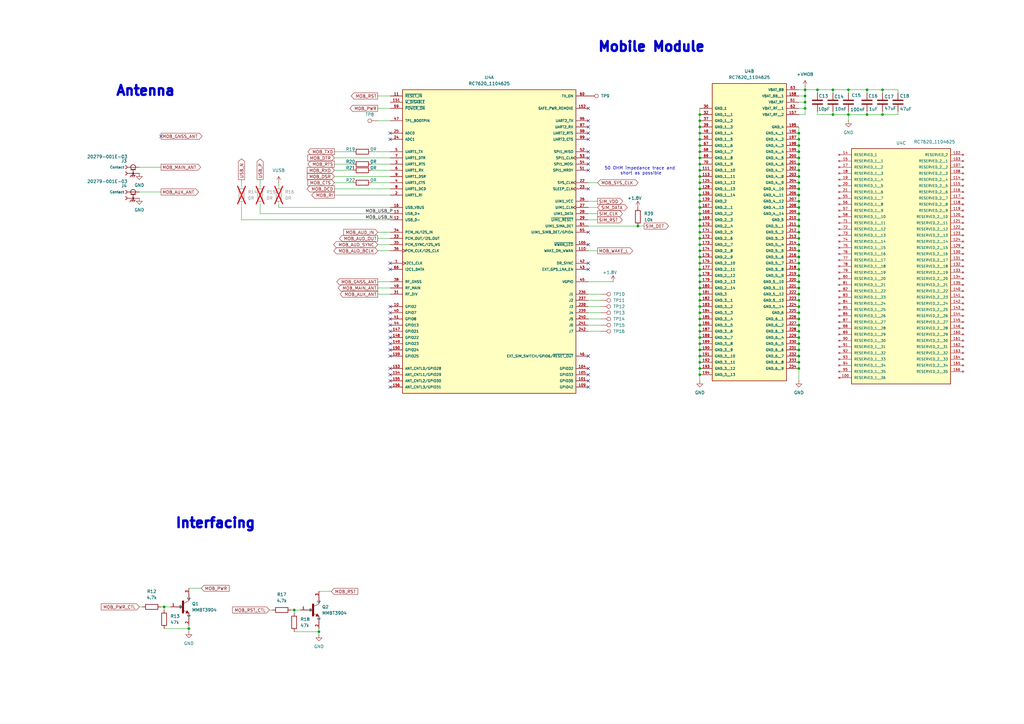
<source format=kicad_sch>
(kicad_sch (version 20231120) (generator "eeschema") (generator_version "8.0")
  (paper "A3")
  (title_block (title "Power System") (company "The University of Queensland"))
  (junction (at 287.02 72.39))
  (junction (at 287.02 57.15))
  (junction (at 327.66 80.01))
  (junction (at 327.66 100.33))
  (junction (at 327.66 120.65))
  (junction (at 330.2 36.83))
  (junction (at 327.66 105.41))
  (junction (at 327.66 123.19))
  (junction (at 287.02 52.07))
  (junction (at 327.66 130.81))
  (junction (at 287.02 143.51))
  (junction (at 327.66 59.69))
  (junction (at 341.63 46.99))
  (junction (at 287.02 138.43))
  (junction (at 327.66 97.79))
  (junction (at 327.66 133.35))
  (junction (at 327.66 92.71))
  (junction (at 287.02 120.65))
  (junction (at 327.66 95.25))
  (junction (at 287.02 85.09))
  (junction (at 327.66 57.15))
  (junction (at 130.81 259.08))
  (junction (at 287.02 92.71))
  (junction (at 287.02 113.03))
  (junction (at 327.66 82.55))
  (junction (at 287.02 130.81))
  (junction (at 261.62 92.71))
  (junction (at 327.66 110.49))
  (junction (at 327.66 64.77))
  (junction (at 327.66 148.59))
  (junction (at 330.2 44.45))
  (junction (at 327.66 138.43))
  (junction (at 287.02 80.01))
  (junction (at 287.02 115.57))
  (junction (at 287.02 59.69))
  (junction (at 330.2 39.37))
  (junction (at 347.98 36.83))
  (junction (at 327.66 151.13))
  (junction (at 347.98 46.99))
  (junction (at 287.02 107.95))
  (junction (at 327.66 54.61))
  (junction (at 287.02 102.87))
  (junction (at 120.65 250.19))
  (junction (at 287.02 74.93))
  (junction (at 327.66 77.47))
  (junction (at 327.66 72.39))
  (junction (at 287.02 140.97))
  (junction (at 287.02 153.67))
  (junction (at 287.02 105.41))
  (junction (at 327.66 107.95))
  (junction (at 287.02 82.55))
  (junction (at 287.02 90.17))
  (junction (at 287.02 97.79))
  (junction (at 287.02 128.27))
  (junction (at 361.95 36.83))
  (junction (at 287.02 77.47))
  (junction (at 327.66 102.87))
  (junction (at 287.02 95.25))
  (junction (at 287.02 100.33))
  (junction (at 287.02 69.85))
  (junction (at 327.66 62.23))
  (junction (at 287.02 54.61))
  (junction (at 77.47 257.81))
  (junction (at 335.28 36.83))
  (junction (at 327.66 128.27))
  (junction (at 327.66 118.11))
  (junction (at 327.66 146.05))
  (junction (at 327.66 143.51))
  (junction (at 287.02 146.05))
  (junction (at 341.63 36.83))
  (junction (at 327.66 140.97))
  (junction (at 361.95 46.99))
  (junction (at 355.6 36.83))
  (junction (at 287.02 118.11))
  (junction (at 327.66 87.63))
  (junction (at 287.02 135.89))
  (junction (at 287.02 64.77))
  (junction (at 287.02 148.59))
  (junction (at 327.66 74.93))
  (junction (at 327.66 125.73))
  (junction (at 287.02 46.99))
  (junction (at 327.66 85.09))
  (junction (at 355.6 46.99))
  (junction (at 327.66 135.89))
  (junction (at 287.02 133.35))
  (junction (at 327.66 90.17))
  (junction (at 287.02 123.19))
  (junction (at 287.02 67.31))
  (junction (at 327.66 67.31))
  (junction (at 330.2 41.91))
  (junction (at 327.66 115.57))
  (junction (at 327.66 113.03))
  (junction (at 287.02 62.23))
  (junction (at 287.02 110.49))
  (junction (at 327.66 69.85))
  (junction (at 287.02 49.53))
  (junction (at 287.02 125.73))
  (junction (at 67.31 248.92))
  (junction (at 287.02 87.63))
  (junction (at 287.02 151.13))
  (no_connect (at 160.02 125.73))
  (no_connect (at 160.02 135.89))
  (no_connect (at 160.02 158.75))
  (no_connect (at 241.3 95.25))
  (no_connect (at 66.04 55.88))
  (no_connect (at 160.02 107.95))
  (no_connect (at 241.3 44.45))
  (no_connect (at 241.3 158.75))
  (no_connect (at 241.3 153.67))
  (no_connect (at 160.02 153.67))
  (no_connect (at 241.3 54.61))
  (no_connect (at 160.02 138.43))
  (no_connect (at 241.3 67.31))
  (no_connect (at 160.02 110.49))
  (no_connect (at 160.02 140.97))
  (no_connect (at 160.02 143.51))
  (no_connect (at 160.02 54.61))
  (no_connect (at 241.3 110.49))
  (no_connect (at 241.3 100.33))
  (no_connect (at 241.3 146.05))
  (no_connect (at 160.02 133.35))
  (no_connect (at 160.02 146.05))
  (no_connect (at 241.3 69.85))
  (no_connect (at 241.3 77.47))
  (no_connect (at 160.02 156.21))
  (no_connect (at 160.02 151.13))
  (no_connect (at 241.3 62.23))
  (no_connect (at 160.02 57.15))
  (no_connect (at 160.02 128.27))
  (no_connect (at 241.3 49.53))
  (no_connect (at 241.3 52.07))
  (no_connect (at 241.3 57.15))
  (no_connect (at 241.3 156.21))
  (no_connect (at 241.3 107.95))
  (no_connect (at 160.02 130.81))
  (no_connect (at 241.3 151.13))
  (no_connect (at 241.3 64.77))
  (wire (pts (xy 327.66 123.19) (xy 327.66 125.73)))
  (wire (pts (xy 154.94 100.33) (xy 160.02 100.33)))
  (wire (pts (xy 330.2 41.91) (xy 330.2 44.45)))
  (wire (pts (xy 287.02 148.59) (xy 287.02 151.13)))
  (wire (pts (xy 327.66 138.43) (xy 327.66 140.97)))
  (wire (pts (xy 335.28 36.83) (xy 341.63 36.83)))
  (wire (pts (xy 287.02 85.09) (xy 287.02 87.63)))
  (wire (pts (xy 330.2 41.91) (xy 330.2 39.37)))
  (wire (pts (xy 327.66 64.77) (xy 327.66 67.31)))
  (wire (pts (xy 335.28 36.83) (xy 335.28 38.1)))
  (wire (pts (xy 327.66 85.09) (xy 327.66 87.63)))
  (wire (pts (xy 287.02 82.55) (xy 287.02 85.09)))
  (wire (pts (xy 347.98 49.53) (xy 347.98 46.99)))
  (wire (pts (xy 355.6 46.99) (xy 361.95 46.99)))
  (wire (pts (xy 154.94 44.45) (xy 160.02 44.45)))
  (wire (pts (xy 287.02 105.41) (xy 287.02 107.95)))
  (wire (pts (xy 287.02 77.47) (xy 287.02 80.01)))
  (wire (pts (xy 327.66 135.89) (xy 327.66 138.43)))
  (wire (pts (xy 327.66 87.63) (xy 327.66 90.17)))
  (wire (pts (xy 82.55 241.3) (xy 77.47 241.3)))
  (wire (pts (xy 327.66 133.35) (xy 327.66 135.89)))
  (wire (pts (xy 287.02 151.13) (xy 287.02 153.67)))
  (wire (pts (xy 287.02 133.35) (xy 287.02 135.89)))
  (wire (pts (xy 287.02 49.53) (xy 287.02 52.07)))
  (wire (pts (xy 287.02 115.57) (xy 287.02 118.11)))
  (wire (pts (xy 287.02 113.03) (xy 287.02 115.57)))
  (wire (pts (xy 287.02 74.93) (xy 287.02 77.47)))
  (wire (pts (xy 57.15 68.58) (xy 66.04 68.58)))
  (wire (pts (xy 327.66 80.01) (xy 327.66 82.55)))
  (wire (pts (xy 327.66 77.47) (xy 327.66 80.01)))
  (wire (pts (xy 241.3 87.63) (xy 245.11 87.63)))
  (wire (pts (xy 241.3 82.55) (xy 245.11 82.55)))
  (wire (pts (xy 327.66 59.69) (xy 327.66 62.23)))
  (wire (pts (xy 287.02 123.19) (xy 287.02 125.73)))
  (wire (pts (xy 67.31 257.81) (xy 77.47 257.81)))
  (wire (pts (xy 327.66 92.71) (xy 327.66 95.25)))
  (wire (pts (xy 341.63 46.99) (xy 341.63 45.72)))
  (wire (pts (xy 241.3 92.71) (xy 261.62 92.71)))
  (wire (pts (xy 154.94 102.87) (xy 160.02 102.87)))
  (wire (pts (xy 327.66 113.03) (xy 327.66 115.57)))
  (wire (pts (xy 241.3 133.35) (xy 246.38 133.35)))
  (wire (pts (xy 57.15 78.74) (xy 66.04 78.74)))
  (wire (pts (xy 368.3 45.72) (xy 368.3 46.99)))
  (wire (pts (xy 152.4 74.93) (xy 160.02 74.93)))
  (wire (pts (xy 137.16 64.77) (xy 160.02 64.77)))
  (wire (pts (xy 287.02 72.39) (xy 287.02 74.93)))
  (wire (pts (xy 152.4 67.31) (xy 160.02 67.31)))
  (wire (pts (xy 154.94 97.79) (xy 160.02 97.79)))
  (wire (pts (xy 355.6 36.83) (xy 361.95 36.83)))
  (wire (pts (xy 287.02 118.11) (xy 287.02 120.65)))
  (wire (pts (xy 327.66 143.51) (xy 327.66 146.05)))
  (wire (pts (xy 287.02 97.79) (xy 287.02 100.33)))
  (wire (pts (xy 327.66 62.23) (xy 327.66 64.77)))
  (wire (pts (xy 77.47 259.08) (xy 77.47 257.81)))
  (wire (pts (xy 106.68 87.63) (xy 106.68 83.82)))
  (wire (pts (xy 241.3 128.27) (xy 246.38 128.27)))
  (wire (pts (xy 152.4 62.23) (xy 160.02 62.23)))
  (wire (pts (xy 287.02 128.27) (xy 287.02 130.81)))
  (wire (pts (xy 287.02 146.05) (xy 287.02 148.59)))
  (wire (pts (xy 154.94 39.37) (xy 160.02 39.37)))
  (wire (pts (xy 327.66 52.07) (xy 327.66 54.61)))
  (wire (pts (xy 327.66 105.41) (xy 327.66 107.95)))
  (wire (pts (xy 327.66 120.65) (xy 327.66 123.19)))
  (wire (pts (xy 327.66 130.81) (xy 327.66 133.35)))
  (wire (pts (xy 152.4 69.85) (xy 160.02 69.85)))
  (wire (pts (xy 327.66 39.37) (xy 330.2 39.37)))
  (wire (pts (xy 120.65 259.08) (xy 130.81 259.08)))
  (wire (pts (xy 287.02 125.73) (xy 287.02 128.27)))
  (wire (pts (xy 287.02 90.17) (xy 287.02 92.71)))
  (wire (pts (xy 287.02 100.33) (xy 287.02 102.87)))
  (wire (pts (xy 287.02 57.15) (xy 287.02 59.69)))
  (wire (pts (xy 99.06 90.17) (xy 160.02 90.17)))
  (wire (pts (xy 327.66 140.97) (xy 327.66 143.51)))
  (wire (pts (xy 287.02 80.01) (xy 287.02 82.55)))
  (wire (pts (xy 241.3 90.17) (xy 245.11 90.17)))
  (wire (pts (xy 327.66 125.73) (xy 327.66 128.27)))
  (wire (pts (xy 241.3 125.73) (xy 246.38 125.73)))
  (wire (pts (xy 327.66 100.33) (xy 327.66 102.87)))
  (wire (pts (xy 347.98 46.99) (xy 347.98 45.72)))
  (wire (pts (xy 327.66 151.13) (xy 327.66 156.21)))
  (wire (pts (xy 330.2 35.56) (xy 330.2 36.83)))
  (wire (pts (xy 287.02 107.95) (xy 287.02 110.49)))
  (wire (pts (xy 330.2 36.83) (xy 330.2 39.37)))
  (wire (pts (xy 137.16 69.85) (xy 144.78 69.85)))
  (wire (pts (xy 327.66 72.39) (xy 327.66 74.93)))
  (wire (pts (xy 327.66 46.99) (xy 330.2 46.99)))
  (wire (pts (xy 77.47 257.81) (xy 77.47 256.54)))
  (wire (pts (xy 287.02 110.49) (xy 287.02 113.03)))
  (wire (pts (xy 154.94 115.57) (xy 160.02 115.57)))
  (wire (pts (xy 120.65 251.46) (xy 120.65 250.19)))
  (wire (pts (xy 327.66 107.95) (xy 327.66 110.49)))
  (wire (pts (xy 287.02 62.23) (xy 287.02 64.77)))
  (wire (pts (xy 355.6 36.83) (xy 355.6 38.1)))
  (wire (pts (xy 330.2 36.83) (xy 327.66 36.83)))
  (wire (pts (xy 67.31 248.92) (xy 66.04 248.92)))
  (wire (pts (xy 154.94 120.65) (xy 160.02 120.65)))
  (wire (pts (xy 137.16 77.47) (xy 160.02 77.47)))
  (wire (pts (xy 347.98 36.83) (xy 347.98 38.1)))
  (wire (pts (xy 327.66 67.31) (xy 327.66 69.85)))
  (wire (pts (xy 368.3 46.99) (xy 361.95 46.99)))
  (wire (pts (xy 137.16 80.01) (xy 160.02 80.01)))
  (wire (pts (xy 327.66 54.61) (xy 327.66 57.15)))
  (wire (pts (xy 241.3 130.81) (xy 246.38 130.81)))
  (wire (pts (xy 261.62 92.71) (xy 264.16 92.71)))
  (wire (pts (xy 160.02 87.63) (xy 106.68 87.63)))
  (wire (pts (xy 287.02 130.81) (xy 287.02 133.35)))
  (wire (pts (xy 110.49 250.19) (xy 111.76 250.19)))
  (wire (pts (xy 114.3 74.93) (xy 114.3 76.2)))
  (wire (pts (xy 355.6 46.99) (xy 355.6 45.72)))
  (wire (pts (xy 154.94 118.11) (xy 160.02 118.11)))
  (wire (pts (xy 241.3 120.65) (xy 246.38 120.65)))
  (wire (pts (xy 327.66 74.93) (xy 327.66 77.47)))
  (wire (pts (xy 287.02 95.25) (xy 287.02 97.79)))
  (wire (pts (xy 287.02 52.07) (xy 287.02 54.61)))
  (wire (pts (xy 341.63 36.83) (xy 347.98 36.83)))
  (wire (pts (xy 57.15 248.92) (xy 58.42 248.92)))
  (wire (pts (xy 251.46 115.57) (xy 241.3 115.57)))
  (wire (pts (xy 327.66 41.91) (xy 330.2 41.91)))
  (wire (pts (xy 287.02 44.45) (xy 287.02 46.99)))
  (wire (pts (xy 327.66 69.85) (xy 327.66 72.39)))
  (wire (pts (xy 241.3 123.19) (xy 246.38 123.19)))
  (wire (pts (xy 327.66 146.05) (xy 327.66 148.59)))
  (wire (pts (xy 241.3 135.89) (xy 246.38 135.89)))
  (wire (pts (xy 287.02 64.77) (xy 287.02 67.31)))
  (wire (pts (xy 330.2 46.99) (xy 330.2 44.45)))
  (wire (pts (xy 287.02 67.31) (xy 287.02 69.85)))
  (wire (pts (xy 327.66 110.49) (xy 327.66 113.03)))
  (wire (pts (xy 347.98 46.99) (xy 355.6 46.99)))
  (wire (pts (xy 130.81 259.08) (xy 130.81 257.81)))
  (wire (pts (xy 137.16 74.93) (xy 144.78 74.93)))
  (wire (pts (xy 327.66 90.17) (xy 327.66 92.71)))
  (wire (pts (xy 287.02 138.43) (xy 287.02 140.97)))
  (wire (pts (xy 99.06 73.66) (xy 99.06 76.2)))
  (wire (pts (xy 287.02 135.89) (xy 287.02 138.43)))
  (wire (pts (xy 327.66 97.79) (xy 327.66 100.33)))
  (wire (pts (xy 137.16 67.31) (xy 144.78 67.31)))
  (wire (pts (xy 99.06 83.82) (xy 99.06 90.17)))
  (wire (pts (xy 327.66 95.25) (xy 327.66 97.79)))
  (wire (pts (xy 335.28 46.99) (xy 335.28 45.72)))
  (wire (pts (xy 137.16 72.39) (xy 160.02 72.39)))
  (wire (pts (xy 241.3 85.09) (xy 245.11 85.09)))
  (wire (pts (xy 287.02 46.99) (xy 287.02 49.53)))
  (wire (pts (xy 287.02 153.67) (xy 287.02 156.21)))
  (wire (pts (xy 361.95 36.83) (xy 361.95 38.1)))
  (wire (pts (xy 341.63 46.99) (xy 347.98 46.99)))
  (wire (pts (xy 120.65 250.19) (xy 119.38 250.19)))
  (wire (pts (xy 287.02 59.69) (xy 287.02 62.23)))
  (wire (pts (xy 327.66 128.27) (xy 327.66 130.81)))
  (wire (pts (xy 287.02 54.61) (xy 287.02 57.15)))
  (wire (pts (xy 154.94 49.53) (xy 160.02 49.53)))
  (wire (pts (xy 327.66 118.11) (xy 327.66 120.65)))
  (wire (pts (xy 120.65 250.19) (xy 123.19 250.19)))
  (wire (pts (xy 368.3 36.83) (xy 361.95 36.83)))
  (wire (pts (xy 154.94 95.25) (xy 160.02 95.25)))
  (wire (pts (xy 287.02 92.71) (xy 287.02 95.25)))
  (wire (pts (xy 287.02 140.97) (xy 287.02 143.51)))
  (wire (pts (xy 137.16 62.23) (xy 144.78 62.23)))
  (wire (pts (xy 287.02 120.65) (xy 287.02 123.19)))
  (wire (pts (xy 160.02 85.09) (xy 114.3 85.09)))
  (wire (pts (xy 287.02 143.51) (xy 287.02 146.05)))
  (wire (pts (xy 327.66 102.87) (xy 327.66 105.41)))
  (wire (pts (xy 347.98 36.83) (xy 355.6 36.83)))
  (wire (pts (xy 67.31 250.19) (xy 67.31 248.92)))
  (wire (pts (xy 335.28 46.99) (xy 341.63 46.99)))
  (wire (pts (xy 287.02 87.63) (xy 287.02 90.17)))
  (wire (pts (xy 368.3 38.1) (xy 368.3 36.83)))
  (wire (pts (xy 135.89 242.57) (xy 130.81 242.57)))
  (wire (pts (xy 67.31 248.92) (xy 69.85 248.92)))
  (wire (pts (xy 327.66 115.57) (xy 327.66 118.11)))
  (wire (pts (xy 361.95 46.99) (xy 361.95 45.72)))
  (wire (pts (xy 327.66 148.59) (xy 327.66 151.13)))
  (wire (pts (xy 330.2 36.83) (xy 335.28 36.83)))
  (wire (pts (xy 241.3 102.87) (xy 245.11 102.87)))
  (wire (pts (xy 241.3 74.93) (xy 245.11 74.93)))
  (wire (pts (xy 287.02 69.85) (xy 287.02 72.39)))
  (wire (pts (xy 287.02 102.87) (xy 287.02 105.41)))
  (wire (pts (xy 327.66 44.45) (xy 330.2 44.45)))
  (wire (pts (xy 114.3 85.09) (xy 114.3 83.82)))
  (wire (pts (xy 130.81 260.35) (xy 130.81 259.08)))
  (wire (pts (xy 327.66 82.55) (xy 327.66 85.09)))
  (wire (pts (xy 341.63 36.83) (xy 341.63 38.1)))
  (wire (pts (xy 106.68 73.66) (xy 106.68 76.2)))
  (wire (pts (xy 327.66 57.15) (xy 327.66 59.69)))
  (text "Interfacing\n" (at 88.392 214.63 0) (effects (font (size 4 4) (thickness 1) (bold yes))))
  (text "Mobile Module\n" (at 267.208 19.304 0) (effects (font (size 4 4) (thickness 1) (bold yes))))
  (text "50 OHM impedance trace and \nshort as possible\n" (at 262.89 70.104 0) (effects (font (size 1.27 1.27))))
  (text "Antenna\n" (at 59.69 37.338 0) (effects (font (size 4 4) (thickness 1) (bold yes))))
  (label "MOB_USB_N" (at 149.86 90.17 0))
  (label "MOB_USB_P" (at 149.86 87.63 0))
  (global_label "MOB_MAIN_ANT" (shape output) (at 66.04 68.58 0) (property "Intersheetrefs" "${INTERSHEET_REFS}" (effects (hide yes))))
  (global_label "MOB_AUD_BCLK" (shape bidirectional) (at 154.94 102.87 180) (property "Intersheetrefs" "${INTERSHEET_REFS}" (effects (hide yes))))
  (global_label "MOB_PWR" (shape input) (at 82.55 241.3 0) (property "Intersheetrefs" "${INTERSHEET_REFS}" (effects (hide yes))))
  (global_label "MOB_WAKE_L" (shape output) (at 245.11 102.87 0) (property "Intersheetrefs" "${INTERSHEET_REFS}" (effects (hide yes))))
  (global_label "MOB_RTS" (shape output) (at 137.16 67.31 180) (property "Intersheetrefs" "${INTERSHEET_REFS}" (effects (hide yes))))
  (global_label "USB_N" (shape output) (at 99.06 73.66 90) (property "Intersheetrefs" "${INTERSHEET_REFS}" (effects (hide yes))))
  (global_label "MOB_DSR" (shape input) (at 137.16 72.39 180) (property "Intersheetrefs" "${INTERSHEET_REFS}" (effects (hide yes))))
  (global_label "MOB_AUX_ANT" (shape output) (at 66.04 78.74 0) (property "Intersheetrefs" "${INTERSHEET_REFS}" (effects (hide yes))))
  (global_label "SIM_DET" (shape output) (at 264.16 92.71 0) (property "Intersheetrefs" "${INTERSHEET_REFS}" (effects (hide yes))))
  (global_label "MOB_AUD_IN" (shape input) (at 154.94 95.25 180) (property "Intersheetrefs" "${INTERSHEET_REFS}" (effects (hide yes))))
  (global_label "MOB_AUD_SYNC" (shape bidirectional) (at 154.94 100.33 180) (property "Intersheetrefs" "${INTERSHEET_REFS}" (effects (hide yes))))
  (global_label "SIM_RST" (shape output) (at 245.11 90.17 0) (property "Intersheetrefs" "${INTERSHEET_REFS}" (effects (hide yes))))
  (global_label "MOB_RST_CTL" (shape input) (at 110.49 250.19 180) (property "Intersheetrefs" "${INTERSHEET_REFS}" (effects (hide yes))))
  (global_label "MOB_DTR" (shape input) (at 137.16 64.77 180) (property "Intersheetrefs" "${INTERSHEET_REFS}" (effects (hide yes))))
  (global_label "SIM_DATA" (shape bidirectional) (at 245.11 85.09 0) (property "Intersheetrefs" "${INTERSHEET_REFS}" (effects (hide yes))))
  (global_label "MOB_MAIN_ANT" (shape output) (at 154.94 118.11 180) (property "Intersheetrefs" "${INTERSHEET_REFS}" (effects (hide yes))))
  (global_label "MOB_RST" (shape input) (at 135.89 242.57 0) (property "Intersheetrefs" "${INTERSHEET_REFS}" (effects (hide yes))))
  (global_label "MOB_GNSS_ANT" (shape output) (at 66.04 55.88 0) (property "Intersheetrefs" "${INTERSHEET_REFS}" (effects (hide yes))))
  (global_label "MOB_RXD" (shape input) (at 137.16 69.85 180) (property "Intersheetrefs" "${INTERSHEET_REFS}" (effects (hide yes))))
  (global_label "SIM_CLK" (shape output) (at 245.11 87.63 0) (property "Intersheetrefs" "${INTERSHEET_REFS}" (effects (hide yes))))
  (global_label "MOB_AUD_OUT" (shape output) (at 154.94 97.79 180) (property "Intersheetrefs" "${INTERSHEET_REFS}" (effects (hide yes))))
  (global_label "MOB_RST" (shape output) (at 154.94 39.37 180) (property "Intersheetrefs" "${INTERSHEET_REFS}" (effects (hide yes))))
  (global_label "MOB_DCD" (shape output) (at 137.16 77.47 180) (property "Intersheetrefs" "${INTERSHEET_REFS}" (effects (hide yes))))
  (global_label "MOB_AUX_ANT" (shape output) (at 154.94 120.65 180) (property "Intersheetrefs" "${INTERSHEET_REFS}" (effects (hide yes))))
  (global_label "MOB_PWR" (shape output) (at 154.94 44.45 180) (property "Intersheetrefs" "${INTERSHEET_REFS}" (effects (hide yes))))
  (global_label "MOB_GNSS_ANT" (shape output) (at 154.94 115.57 180) (property "Intersheetrefs" "${INTERSHEET_REFS}" (effects (hide yes))))
  (global_label "MOB_PWR_CTL" (shape input) (at 57.15 248.92 180) (property "Intersheetrefs" "${INTERSHEET_REFS}" (effects (hide yes))))
  (global_label "MOB_SYS_CLK" (shape bidirectional) (at 245.11 74.93 0) (property "Intersheetrefs" "${INTERSHEET_REFS}" (effects (hide yes))))
  (global_label "USB_P" (shape output) (at 106.68 73.66 90) (property "Intersheetrefs" "${INTERSHEET_REFS}" (effects (hide yes))))
  (global_label "MOB_TXD" (shape output) (at 137.16 62.23 180) (property "Intersheetrefs" "${INTERSHEET_REFS}" (effects (hide yes))))
  (global_label "MOB_RI" (shape output) (at 137.16 80.01 180) (property "Intersheetrefs" "${INTERSHEET_REFS}" (effects (hide yes))))
  (global_label "SIM_VDD" (shape output) (at 245.11 82.55 0) (property "Intersheetrefs" "${INTERSHEET_REFS}" (effects (hide yes))))
  (global_label "MOB_CTS" (shape input) (at 137.16 74.93 180) (property "Intersheetrefs" "${INTERSHEET_REFS}" (effects (hide yes))))
  (symbol (lib_id "Connector:TestPoint") (at 246.38 135.89 270) (unit 1)
    (property "Reference" "TP16" (at 251.46 135.8899 90) (effects (justify left)))
    (property "Value" "TestPoint" (effects (hide yes)))
    (property "Footprint" "TestPoint:TestPoint_Pad_D1.0mm" (effects (hide yes)))
    (property "Description" "test point" (effects (hide yes)))
  )
  (symbol (lib_id "Connector:TestPoint") (at 246.38 128.27 270) (unit 1)
    (property "Reference" "TP13" (at 251.46 128.2699 90) (effects (justify left)))
    (property "Value" "TestPoint" (effects (hide yes)))
    (property "Footprint" "TestPoint:TestPoint_Pad_D1.0mm" (effects (hide yes)))
    (property "Description" "test point" (effects (hide yes)))
  )
  (symbol (lib_id "Connector:TestPoint") (at 154.94 49.53 90) (unit 1)
    (property "Reference" "TP8" (at 151.638 46.99 90))
    (property "Value" "TestPoint" (effects (hide yes)))
    (property "Footprint" "TestPoint:TestPoint_Pad_D1.0mm" (effects (hide yes)))
    (property "Description" "test point" (effects (hide yes)))
  )
  (symbol (lib_id "RC7620_1104625:RC7620_1104625") (at 307.34 44.45 0) (unit 2)
    (property "Reference" "U4" (at 307.34 29.21 0))
    (property "Value" "RC7620_1104625" (at 307.34 31.75 0))
    (property "Footprint" "WP_SNAP-IN_BASE:SIERRA_WP_SNAP-IN_BASE" (effects (hide yes)))
    (property "MF" "Sierra Wireless" (effects (hide yes)))
    (property "MAXIMUM_PACKAGE_HEIGHT" "2.7mm" (effects (hide yes)))
    (property "Package" "BFLGA-239 Sierra Wireless" (effects (hide yes)))
    (property "Price" "None" (effects (hide yes)))
    (property "Check_prices" "https://www.snapeda.com/parts/RC7620_1104625/Sierra+Wireless/view-part/?ref=eda" (effects (hide yes)))
    (property "STANDARD" "Manufacturer Recommendations" (effects (hide yes)))
    (property "PARTREV" "12" (effects (hide yes)))
    (property "SnapEDA_Link" "https://www.snapeda.com/parts/RC7620_1104625/Sierra+Wireless/view-part/?ref=snap" (effects (hide yes)))
    (property "MP" "RC7620_1104625" (effects (hide yes)))
    (property "Description_1" "\n                        \n                            Cellular, Navigation 2G, 3G, 4G, EDGE, GPRS, GSM, LTE, UMTS Transceiver Module 900MHz, 1.8GHz Antenna Not Included Surface Mount\n                        \n" (effects (hide yes)))
    (property "MANUFACTURER" "Sierra Wireless" (effects (hide yes)))
    (property "Availability" "In Stock" (effects (hide yes)))
    (property "SNAPEDA_PN" "RC7620_1104625" (effects (hide yes)))
  )
  (symbol (lib_id "RC7620_1104625:RC7620_1104625") (at 369.57 63.5 0) (unit 3)
    (property "Reference" "U4" (at 369.57 58.674 0))
    (property "Value" "RC7620_1104625" (at 383.286 58.166 0))
    (property "Footprint" "WP_SNAP-IN_BASE:SIERRA_WP_SNAP-IN_BASE" (effects (hide yes)))
    (property "MF" "Sierra Wireless" (effects (hide yes)))
    (property "MAXIMUM_PACKAGE_HEIGHT" "2.7mm" (effects (hide yes)))
    (property "Package" "BFLGA-239 Sierra Wireless" (effects (hide yes)))
    (property "Price" "None" (effects (hide yes)))
    (property "Check_prices" "https://www.snapeda.com/parts/RC7620_1104625/Sierra+Wireless/view-part/?ref=eda" (effects (hide yes)))
    (property "STANDARD" "Manufacturer Recommendations" (effects (hide yes)))
    (property "PARTREV" "12" (effects (hide yes)))
    (property "SnapEDA_Link" "https://www.snapeda.com/parts/RC7620_1104625/Sierra+Wireless/view-part/?ref=snap" (effects (hide yes)))
    (property "MP" "RC7620_1104625" (effects (hide yes)))
    (property "Description_1" "\n                        \n                            Cellular, Navigation 2G, 3G, 4G, EDGE, GPRS, GSM, LTE, UMTS Transceiver Module 900MHz, 1.8GHz Antenna Not Included Surface Mount\n                        \n" (effects (hide yes)))
    (property "MANUFACTURER" "Sierra Wireless" (effects (hide yes)))
    (property "Availability" "In Stock" (effects (hide yes)))
    (property "SNAPEDA_PN" "RC7620_1104625" (effects (hide yes)))
  )
  (symbol (lib_id "Resistors:Resistor_47k") (at 67.31 254 0) (unit 1)
    (property "Reference" "R13" (at 69.85 252.7299 0) (effects (justify left)))
    (property "Value" "47k" (at 69.85 255.2699 0) (effects (justify left)))
    (property "Footprint" "Resistor_SMD:R_0402_1005Metric" (effects (hide yes)))
    (property "Description" "RES SMD 47K OHM 1% 1/10W 0402" (effects (hide yes)))
  )
  (symbol (lib_id "Connector:TestPoint") (at 241.3 39.37 270) (unit 1)
    (property "Reference" "TP9" (at 246.38 39.3699 90) (effects (justify left)))
    (property "Value" "TestPoint" (effects (hide yes)))
    (property "Footprint" "TestPoint:TestPoint_Pad_D1.0mm" (effects (hide yes)))
    (property "Description" "test point" (effects (hide yes)))
  )
  (symbol (lib_id "Resistors:Resistor_0R") (at 148.59 67.31 90) (unit 1)
    (property "Reference" "R20" (at 143.764 66.294 90))
    (property "Value" "0R" (at 153.162 66.294 90))
    (property "Footprint" "Resistor_SMD:R_0603_1608Metric" (effects (hide yes)))
  )
  (symbol (lib_id "20279-001E-03:20279-001E-03") (at 54.61 68.58 0) (unit 1)
    (property "Reference" "J3" (at 52.07 66.04 0) (effects (justify right)))
    (property "Value" "20279-001E-03" (at 52.324 64.262 0) (effects (justify right)))
    (property "Footprint" "20279-001E-03:IPEX_20279-001E-03" (effects (hide yes)))
    (property "MF" "I-PEX" (effects (hide yes)))
    (property "MAXIMUM_PACKAGE_HEIGHT" "1.25mm" (effects (hide yes)))
    (property "Package" "None" (effects (hide yes)))
    (property "Price" "None" (effects (hide yes)))
    (property "Check_prices" "https://www.snapeda.com/parts/20279-001E-03/I-PEX/view-part/?ref=eda" (effects (hide yes)))
    (property "STANDARD" "Manufacturer Recommendations" (effects (hide yes)))
    (property "PARTREV" "32" (effects (hide yes)))
    (property "SnapEDA_Link" "https://www.snapeda.com/parts/20279-001E-03/I-PEX/view-part/?ref=snap" (effects (hide yes)))
    (property "MP" "20279-001E-03" (effects (hide yes)))
    (property "Description_1" "\n                        \n                            1 POS Vertical SMD Small form factor with big performance through 6 GHz connector,MHF, RF, micro-coaxial MHF I Receptacle\n                        \n" (effects (hide yes)))
    (property "Availability" "In Stock" (effects (hide yes)))
    (property "MANUFACTURER" "I-PEX" (effects (hide yes)))
  )
  (symbol (lib_id "Resistors:Resistor_0R") (at 148.59 62.23 90) (unit 1)
    (property "Reference" "R19" (at 143.764 61.214 90))
    (property "Value" "0R" (at 153.162 61.214 90))
    (property "Footprint" "Resistor_SMD:R_0603_1608Metric" (effects (hide yes)))
  )
  (symbol (lib_id "power:GND") (at 347.98 49.53 0) (unit 1)
    (property "Reference" "#PWR048" (effects (hide yes)))
    (property "Value" "GND" (at 347.98 54.356 0))
    (property "Description" "Power symbol creates a global label with name \"GND\" , ground" (effects (hide yes)))
  )
  (symbol (lib_id "Connector:TestPoint") (at 246.38 130.81 270) (unit 1)
    (property "Reference" "TP14" (at 251.46 130.8099 90) (effects (justify left)))
    (property "Value" "TestPoint" (effects (hide yes)))
    (property "Footprint" "TestPoint:TestPoint_Pad_D1.0mm" (effects (hide yes)))
    (property "Description" "test point" (effects (hide yes)))
  )
  (symbol (lib_id "Resistors:Resistor_0R") (at 99.06 80.01 0) (unit 1) (dnp yes)
    (property "Reference" "R14" (at 101.6 78.7399 0) (effects (justify left)))
    (property "Value" "0R" (at 101.6 81.2799 0) (effects (justify left)))
    (property "Footprint" "Resistor_SMD:R_0603_1608Metric" (effects (hide yes)))
  )
  (symbol (lib_id "20279-001E-03:20279-001E-03") (at 54.61 78.74 0) (unit 1)
    (property "Reference" "J4" (at 52.07 76.2 0) (effects (justify right)))
    (property "Value" "20279-001E-03" (at 52.324 74.422 0) (effects (justify right)))
    (property "Footprint" "20279-001E-03:IPEX_20279-001E-03" (effects (hide yes)))
    (property "MF" "I-PEX" (effects (hide yes)))
    (property "MAXIMUM_PACKAGE_HEIGHT" "1.25mm" (effects (hide yes)))
    (property "Package" "None" (effects (hide yes)))
    (property "Price" "None" (effects (hide yes)))
    (property "Check_prices" "https://www.snapeda.com/parts/20279-001E-03/I-PEX/view-part/?ref=eda" (effects (hide yes)))
    (property "STANDARD" "Manufacturer Recommendations" (effects (hide yes)))
    (property "PARTREV" "32" (effects (hide yes)))
    (property "SnapEDA_Link" "https://www.snapeda.com/parts/20279-001E-03/I-PEX/view-part/?ref=snap" (effects (hide yes)))
    (property "MP" "20279-001E-03" (effects (hide yes)))
    (property "Description_1" "\n                        \n                            1 POS Vertical SMD Small form factor with big performance through 6 GHz connector,MHF, RF, micro-coaxial MHF I Receptacle\n                        \n" (effects (hide yes)))
    (property "Availability" "In Stock" (effects (hide yes)))
    (property "MANUFACTURER" "I-PEX" (effects (hide yes)))
  )
  (symbol (lib_id "power:GND") (at 287.02 156.21 0) (unit 1)
    (property "Reference" "#PWR042" (effects (hide yes)))
    (property "Value" "GND" (at 287.02 161.036 0))
    (property "Description" "Power symbol creates a global label with name \"GND\" , ground" (effects (hide yes)))
  )
  (symbol (lib_id "Capacitors:Capacitor_47uF") (at 361.95 41.91 0) (unit 1)
    (property "Reference" "C17" (at 362.712 39.624 0) (effects (justify left)))
    (property "Value" "47uF" (at 362.712 44.45 0) (effects (justify left)))
    (property "Footprint" "Capacitor_SMD:C_0805_2012Metric" (effects (hide yes)))
    (property "Description" "CAP CER 47UF 6.3V X5R 0805" (effects (hide yes)))
  )
  (symbol (lib_id "RC7620_1104625:RC7620_1104625") (at 200.66 97.79 0) (unit 1)
    (property "Reference" "U4" (at 200.66 31.75 0))
    (property "Value" "RC7620_1104625" (at 200.66 34.29 0))
    (property "Footprint" "WP_SNAP-IN_BASE:SIERRA_WP_SNAP-IN_BASE" (effects (hide yes)))
    (property "MF" "Sierra Wireless" (effects (hide yes)))
    (property "MAXIMUM_PACKAGE_HEIGHT" "2.7mm" (effects (hide yes)))
    (property "Package" "BFLGA-239 Sierra Wireless" (effects (hide yes)))
    (property "Price" "None" (effects (hide yes)))
    (property "Check_prices" "https://www.snapeda.com/parts/RC7620_1104625/Sierra+Wireless/view-part/?ref=eda" (effects (hide yes)))
    (property "STANDARD" "Manufacturer Recommendations" (effects (hide yes)))
    (property "PARTREV" "12" (effects (hide yes)))
    (property "SnapEDA_Link" "https://www.snapeda.com/parts/RC7620_1104625/Sierra+Wireless/view-part/?ref=snap" (effects (hide yes)))
    (property "MP" "RC7620_1104625" (effects (hide yes)))
    (property "Description_1" "\n                        \n                            Cellular, Navigation 2G, 3G, 4G, EDGE, GPRS, GSM, LTE, UMTS Transceiver Module 900MHz, 1.8GHz Antenna Not Included Surface Mount\n                        \n" (effects (hide yes)))
    (property "MANUFACTURER" "Sierra Wireless" (effects (hide yes)))
    (property "Availability" "In Stock" (effects (hide yes)))
    (property "SNAPEDA_PN" "RC7620_1104625" (effects (hide yes)))
  )
  (symbol (lib_id "Resistors:Resistor_4k7") (at 115.57 250.19 90) (unit 1)
    (property "Reference" "R17" (at 115.57 243.84 90))
    (property "Value" "4.7k" (at 115.57 246.38 90))
    (property "Footprint" "Resistor_SMD:R_0402_1005Metric" (effects (hide yes)))
    (property "Description" "RES SMD 4.7K OHM 5% 1/10W 0402" (effects (hide yes)))
  )
  (symbol (lib_id "Resistors:Resistor_0R") (at 114.3 80.01 0) (unit 1) (dnp yes)
    (property "Reference" "R16" (at 116.84 78.7399 0) (effects (justify left)))
    (property "Value" "0R" (at 116.84 81.2799 0) (effects (justify left)))
    (property "Footprint" "Resistor_SMD:R_0603_1608Metric" (effects (hide yes)))
  )
  (symbol (lib_id "power:GND") (at 130.81 260.35 0) (unit 1)
    (property "Reference" "#PWR040" (effects (hide yes)))
    (property "Value" "GND" (at 130.81 265.176 0))
    (property "Description" "Power symbol creates a global label with name \"GND\" , ground" (effects (hide yes)))
  )
  (symbol (lib_id "Capacitors:Capacitor_1uF") (at 355.6 41.91 0) (unit 1)
    (property "Reference" "C16" (at 356.108 39.37 0) (effects (justify left)))
    (property "Value" "1uF" (at 356.362 44.704 0) (effects (justify left)))
    (property "Footprint" "Capacitor_SMD:C_0402_1005Metric" (effects (hide yes)))
    (property "Description" "1 µF ±10% 25V Ceramic Capacitor X5R 0402 (1005 Metric)" (effects (hide yes)))
  )
  (symbol (lib_id "power:GND") (at 57.15 71.12 0) (unit 1)
    (property "Reference" "#PWR036" (effects (hide yes)))
    (property "Value" "GND" (at 57.15 75.946 0))
    (property "Description" "Power symbol creates a global label with name \"GND\" , ground" (effects (hide yes)))
  )
  (symbol (lib_id "power:GND") (at 57.15 81.28 0) (unit 1)
    (property "Reference" "#PWR037" (effects (hide yes)))
    (property "Value" "GND" (at 57.15 86.106 0))
    (property "Description" "Power symbol creates a global label with name \"GND\" , ground" (effects (hide yes)))
  )
  (symbol (lib_id "Resistors:Resistor_47k") (at 120.65 255.27 0) (unit 1)
    (property "Reference" "R18" (at 123.19 253.9999 0) (effects (justify left)))
    (property "Value" "47k" (at 123.19 256.5399 0) (effects (justify left)))
    (property "Footprint" "Resistor_SMD:R_0402_1005Metric" (effects (hide yes)))
    (property "Description" "RES SMD 47K OHM 1% 1/10W 0402" (effects (hide yes)))
  )
  (symbol (lib_id "power:GND") (at 327.66 156.21 0) (unit 1)
    (property "Reference" "#PWR044" (effects (hide yes)))
    (property "Value" "GND" (at 327.66 161.036 0))
    (property "Description" "Power symbol creates a global label with name \"GND\" , ground" (effects (hide yes)))
  )
  (symbol (lib_id "power:VCC") (at 114.3 74.93 0) (unit 1)
    (property "Reference" "#PWR039" (effects (hide yes)))
    (property "Value" "VUSB" (at 114.3 69.85 0))
    (property "Description" "Power symbol creates a global label with name \"VCC\"" (effects (hide yes)))
  )
  (symbol (lib_id "Resistors:Resistor_0R") (at 148.59 69.85 90) (unit 1)
    (property "Reference" "R21" (at 143.764 68.834 90))
    (property "Value" "0R" (at 153.162 68.834 90))
    (property "Footprint" "Resistor_SMD:R_0603_1608Metric" (effects (hide yes)))
  )
  (symbol (lib_id "MMBT3904LT1G:MMBT3904LT1G") (at 74.93 248.92 0) (unit 1)
    (property "Reference" "Q1" (at 78.74 247.6499 0) (effects (justify left)))
    (property "Value" "MMBT3904" (at 78.74 250.1899 0) (effects (justify left)))
    (property "Footprint" "MMBT3904LT1G:SOT95P240X111-3N" (effects (hide yes)))
    (property "DigiKey_Part_Number" "MMBT3904LT1GOSTR-ND" (effects (hide yes)))
    (property "SnapEDA_Link" "https://www.snapeda.com/parts/MMBT3904LT1G/Onsemi/view-part/?ref=snap" (effects (hide yes)))
    (property "Description_1" "\n                        \n                            Transistor, Bipolar,Si,NPN,General Purpose,VCEO 40VDC,IC 200mA,PD 225mW,SOT-23 | ON Semiconductor MMBT3904LT1G\n                        \n" (effects (hide yes)))
    (property "Package" "SOT-23-3 ON Semiconductor" (effects (hide yes)))
    (property "Check_prices" "https://www.snapeda.com/parts/MMBT3904LT1G/Onsemi/view-part/?ref=eda" (effects (hide yes)))
    (property "MF" "ON Semiconductor" (effects (hide yes)))
    (property "MP" "MMBT3904LT1G" (effects (hide yes)))
    (property "MANUFACTURER" "ON Semiconductor" (effects (hide yes)))
  )
  (symbol (lib_id "power:+3.3V") (at 330.2 35.56 0) (unit 1)
    (property "Reference" "#PWR046" (effects (hide yes)))
    (property "Value" "+VMOB" (at 330.2 30.48 0))
    (property "Description" "Power symbol creates a global label with name \"+3.3V\"" (effects (hide yes)))
  )
  (symbol (lib_id "Capacitors:capacitor_100nF") (at 347.98 41.91 0) (unit 1)
    (property "Reference" "C15" (at 349.25 39.116 0) (effects (justify left)))
    (property "Value" "100nF" (at 348.742 44.958 0) (effects (justify left)))
    (property "Footprint" "Capacitor_SMD:C_0402_1005Metric" (effects (hide yes)))
    (property "Description" "0.1 µF ±10% 10V Ceramic Capacitor X7R 0402 (1005 Metric)" (effects (hide yes)))
  )
  (symbol (lib_id "Capacitors:Capacitor_47uF") (at 368.3 41.91 0) (unit 1)
    (property "Reference" "C18" (at 369.062 39.37 0) (effects (justify left)))
    (property "Value" "47uF" (at 369.062 44.704 0) (effects (justify left)))
    (property "Footprint" "Capacitor_SMD:C_0805_2012Metric" (effects (hide yes)))
    (property "Description" "CAP CER 47UF 6.3V X5R 0805" (effects (hide yes)))
  )
  (symbol (lib_id "Capacitors:Capacitor_10pF") (at 335.28 41.91 0) (unit 1)
    (property "Reference" "C13" (at 335.788 39.37 0) (effects (justify left)))
    (property "Value" "10pF" (at 335.534 44.704 0) (effects (justify left)))
    (property "Footprint" "Capacitor_SMD:C_0402_1005Metric" (effects (hide yes)))
    (property "Description" "CAP CER 10PF 16V X7R 0402" (effects (hide yes)))
  )
  (symbol (lib_id "Connector:TestPoint") (at 246.38 133.35 270) (unit 1)
    (property "Reference" "TP15" (at 251.46 133.3499 90) (effects (justify left)))
    (property "Value" "TestPoint" (effects (hide yes)))
    (property "Footprint" "TestPoint:TestPoint_Pad_D1.0mm" (effects (hide yes)))
    (property "Description" "test point" (effects (hide yes)))
  )
  (symbol (lib_id "Connector:TestPoint") (at 246.38 120.65 270) (unit 1)
    (property "Reference" "TP10" (at 251.46 120.6499 90) (effects (justify left)))
    (property "Value" "TestPoint" (effects (hide yes)))
    (property "Footprint" "TestPoint:TestPoint_Pad_D1.0mm" (effects (hide yes)))
    (property "Description" "test point" (effects (hide yes)))
  )
  (symbol (lib_id "Connector:TestPoint") (at 246.38 123.19 270) (unit 1)
    (property "Reference" "TP11" (at 251.46 123.1899 90) (effects (justify left)))
    (property "Value" "TestPoint" (effects (hide yes)))
    (property "Footprint" "TestPoint:TestPoint_Pad_D1.0mm" (effects (hide yes)))
    (property "Description" "test point" (effects (hide yes)))
  )
  (symbol (lib_id "Capacitors:Capacitor_10nF") (at 341.63 41.91 0) (unit 1)
    (property "Reference" "C14" (at 342.138 39.624 0) (effects (justify left)))
    (property "Value" "10nF" (at 342.392 44.704 0) (effects (justify left)))
    (property "Footprint" "Capacitor_SMD:C_0402_1005Metric" (effects (hide yes)))
    (property "Description" "10000 pF ±10% 16V Ceramic Capacitor X7R 0402 (1005 Metric)" (effects (hide yes)))
  )
  (symbol (lib_id "MMBT3904LT1G:MMBT3904LT1G") (at 128.27 250.19 0) (unit 1)
    (property "Reference" "Q2" (at 132.08 248.9199 0) (effects (justify left)))
    (property "Value" "MMBT3904" (at 132.08 251.4599 0) (effects (justify left)))
    (property "Footprint" "MMBT3904LT1G:SOT95P240X111-3N" (effects (hide yes)))
    (property "DigiKey_Part_Number" "MMBT3904LT1GOSTR-ND" (effects (hide yes)))
    (property "SnapEDA_Link" "https://www.snapeda.com/parts/MMBT3904LT1G/Onsemi/view-part/?ref=snap" (effects (hide yes)))
    (property "Description_1" "\n                        \n                            Transistor, Bipolar,Si,NPN,General Purpose,VCEO 40VDC,IC 200mA,PD 225mW,SOT-23 | ON Semiconductor MMBT3904LT1G\n                        \n" (effects (hide yes)))
    (property "Package" "SOT-23-3 ON Semiconductor" (effects (hide yes)))
    (property "Check_prices" "https://www.snapeda.com/parts/MMBT3904LT1G/Onsemi/view-part/?ref=eda" (effects (hide yes)))
    (property "MF" "ON Semiconductor" (effects (hide yes)))
    (property "MP" "MMBT3904LT1G" (effects (hide yes)))
    (property "MANUFACTURER" "ON Semiconductor" (effects (hide yes)))
  )
  (symbol (lib_id "power:+1V8") (at 251.46 115.57 0) (unit 1)
    (property "Reference" "#PWR041" (effects (hide yes)))
    (property "Value" "+1.8V" (at 247.142 111.76 0) (effects (justify left)))
    (property "Description" "Power symbol creates a global label with name \"+1V8\"" (effects (hide yes)))
  )
  (symbol (lib_id "Resistors:Resistor_4k7") (at 62.23 248.92 90) (unit 1)
    (property "Reference" "R12" (at 62.23 242.57 90))
    (property "Value" "4.7k" (at 62.23 245.11 90))
    (property "Footprint" "Resistor_SMD:R_0402_1005Metric" (effects (hide yes)))
    (property "Description" "RES SMD 4.7K OHM 5% 1/10W 0402" (effects (hide yes)))
  )
  (symbol (lib_id "Resistors:Resistor_0R") (at 106.68 80.01 0) (unit 1) (dnp yes)
    (property "Reference" "R15" (at 109.22 78.7399 0) (effects (justify left)))
    (property "Value" "0R" (at 109.22 81.2799 0) (effects (justify left)))
    (property "Footprint" "Resistor_SMD:R_0603_1608Metric" (effects (hide yes)))
  )
  (symbol (lib_id "power:+1V8") (at 261.62 85.09 0) (unit 1)
    (property "Reference" "#PWR088" (effects (hide yes)))
    (property "Value" "+1.8V" (at 257.302 81.28 0) (effects (justify left)))
    (property "Description" "Power symbol creates a global label with name \"+1V8\"" (effects (hide yes)))
  )
  (symbol (lib_id "Resistors:Resistor_10k") (at 261.62 88.9 0) (unit 1)
    (property "Reference" "R39" (at 264.16 87.6299 0) (effects (justify left)))
    (property "Value" "10k" (at 264.16 90.1699 0) (effects (justify left)))
    (property "Footprint" "Resistor_SMD:R_0402_1005Metric" (effects (hide yes)))
    (property "Description" "RES SMD 10K OHM 1% 1/10W 0402" (effects (hide yes)))
  )
  (symbol (lib_id "power:GND") (at 77.47 259.08 0) (unit 1)
    (property "Reference" "#PWR038" (effects (hide yes)))
    (property "Value" "GND" (at 77.47 263.906 0))
    (property "Description" "Power symbol creates a global label with name \"GND\" , ground" (effects (hide yes)))
  )
  (symbol (lib_id "Connector:TestPoint") (at 246.38 125.73 270) (unit 1)
    (property "Reference" "TP12" (at 251.46 125.7299 90) (effects (justify left)))
    (property "Value" "TestPoint" (effects (hide yes)))
    (property "Footprint" "TestPoint:TestPoint_Pad_D1.0mm" (effects (hide yes)))
    (property "Description" "test point" (effects (hide yes)))
  )
  (symbol (lib_id "Resistors:Resistor_0R") (at 148.59 74.93 90) (unit 1)
    (property "Reference" "R22" (at 143.764 73.914 90))
    (property "Value" "0R" (at 153.162 73.914 90))
    (property "Footprint" "Resistor_SMD:R_0603_1608Metric" (effects (hide yes)))
  )
)
</source>
